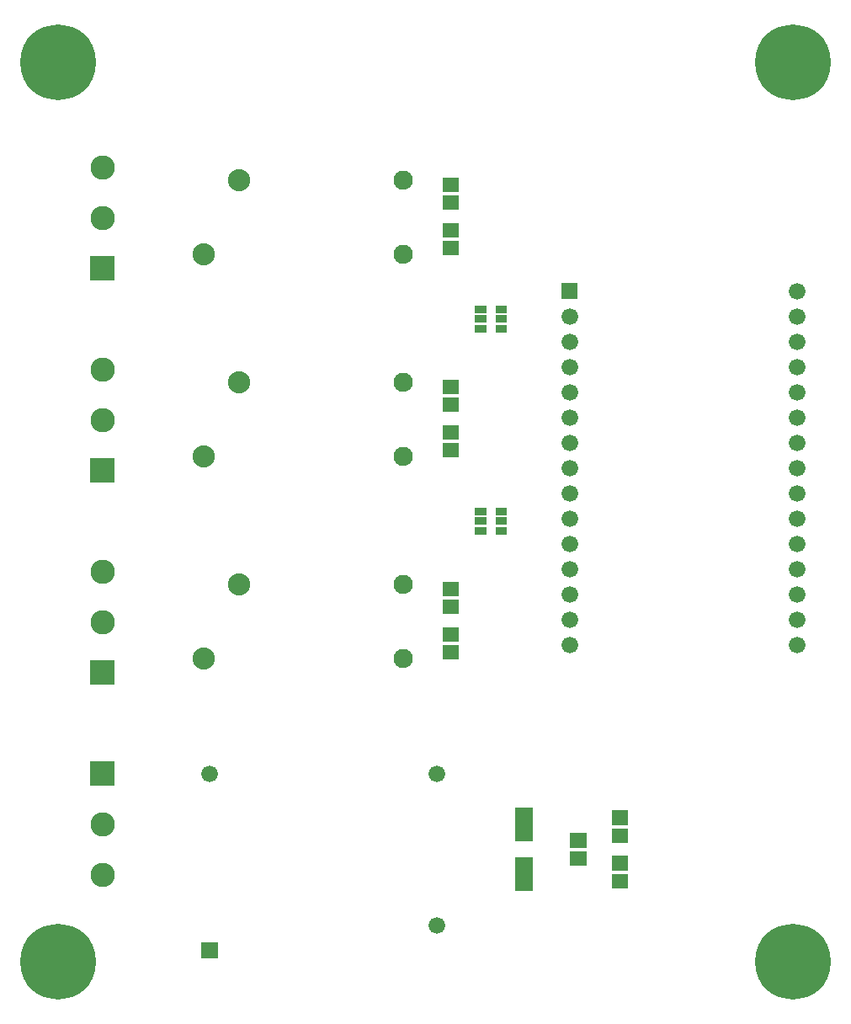
<source format=gbr>
G04 start of page 6 for group -4063 idx -4063 *
G04 Title: (unknown), componentmask *
G04 Creator: pcb 4.0.2 *
G04 CreationDate: Thu Dec 31 16:53:57 2020 UTC *
G04 For: petersen *
G04 Format: Gerber/RS-274X *
G04 PCB-Dimensions (mil): 3250.00 3900.00 *
G04 PCB-Coordinate-Origin: lower left *
%MOIN*%
%FSLAX25Y25*%
%LNTOPMASK*%
%ADD55C,0.0660*%
%ADD54C,0.0880*%
%ADD53C,0.0760*%
%ADD52C,0.0960*%
%ADD51C,0.0001*%
%ADD50C,0.2997*%
G54D50*X308000Y373000D03*
X17000D03*
G54D51*G36*
X29700Y296300D02*Y286700D01*
X39300D01*
Y296300D01*
X29700D01*
G37*
G54D52*X34500Y311500D03*
Y331500D03*
G54D53*X153500Y326500D03*
Y296972D03*
G54D54*X88539Y326500D03*
X74760Y296972D03*
G54D51*G36*
X216200Y285800D02*Y279200D01*
X222800D01*
Y285800D01*
X216200D01*
G37*
G54D55*X219500Y272500D03*
Y262500D03*
Y252500D03*
Y242500D03*
Y232500D03*
Y222500D03*
Y212500D03*
Y202500D03*
Y192500D03*
G54D53*X153500Y246500D03*
Y216972D03*
G54D54*X88539Y246500D03*
X74760Y216972D03*
G54D51*G36*
X29700Y216300D02*Y206700D01*
X39300D01*
Y216300D01*
X29700D01*
G37*
G54D52*X34500Y231500D03*
Y251500D03*
G54D55*X309500Y282500D03*
Y272500D03*
Y262500D03*
Y252500D03*
Y242500D03*
Y232500D03*
Y222500D03*
Y212500D03*
Y202500D03*
Y192500D03*
Y182500D03*
Y172500D03*
Y162500D03*
Y152500D03*
Y142500D03*
G54D50*X308000Y17000D03*
G54D55*X167000Y31500D03*
X219500Y142500D03*
G54D51*G36*
X73700Y24800D02*Y18200D01*
X80300D01*
Y24800D01*
X73700D01*
G37*
G54D55*X167000Y91500D03*
X77000D03*
X219500Y182500D03*
Y172500D03*
Y162500D03*
Y152500D03*
G54D50*X17000Y17000D03*
G54D53*X153500Y166500D03*
Y136972D03*
G54D54*X88539Y166500D03*
X74760Y136972D03*
G54D51*G36*
X29700Y136300D02*Y126700D01*
X39300D01*
Y136300D01*
X29700D01*
G37*
G54D52*X34500Y151500D03*
Y171500D03*
G54D51*G36*
X29700Y96300D02*Y86700D01*
X39300D01*
Y96300D01*
X29700D01*
G37*
G54D52*X34500Y71500D03*
Y51500D03*
G54D51*G36*
X182000Y196800D02*Y193800D01*
X186600D01*
Y196800D01*
X182000D01*
G37*
G36*
Y192900D02*Y189900D01*
X186600D01*
Y192900D01*
X182000D01*
G37*
G36*
Y189000D02*Y186000D01*
X186600D01*
Y189000D01*
X182000D01*
G37*
G36*
Y276800D02*Y273800D01*
X186600D01*
Y276800D01*
X182000D01*
G37*
G36*
Y272900D02*Y269900D01*
X186600D01*
Y272900D01*
X182000D01*
G37*
G36*
Y269000D02*Y266000D01*
X186600D01*
Y269000D01*
X182000D01*
G37*
G36*
X190200Y189000D02*Y186000D01*
X194800D01*
Y189000D01*
X190200D01*
G37*
G36*
Y192900D02*Y189900D01*
X194800D01*
Y192900D01*
X190200D01*
G37*
G36*
Y196800D02*Y193800D01*
X194800D01*
Y196800D01*
X190200D01*
G37*
G36*
Y269000D02*Y266000D01*
X194800D01*
Y269000D01*
X190200D01*
G37*
G36*
Y272900D02*Y269900D01*
X194800D01*
Y272900D01*
X190200D01*
G37*
G36*
Y276800D02*Y273800D01*
X194800D01*
Y276800D01*
X190200D01*
G37*
G36*
X169248Y142316D02*Y136598D01*
X175752D01*
Y142316D01*
X169248D01*
G37*
G36*
Y149402D02*Y143684D01*
X175752D01*
Y149402D01*
X169248D01*
G37*
G36*
Y160316D02*Y154598D01*
X175752D01*
Y160316D01*
X169248D01*
G37*
G36*
Y167402D02*Y161684D01*
X175752D01*
Y167402D01*
X169248D01*
G37*
G36*
X219748Y67902D02*Y62184D01*
X226252D01*
Y67902D01*
X219748D01*
G37*
G36*
Y60816D02*Y55098D01*
X226252D01*
Y60816D01*
X219748D01*
G37*
G36*
X204950Y77942D02*X198050D01*
Y64743D01*
X204950D01*
Y77942D01*
G37*
G36*
Y58257D02*X198050D01*
Y45058D01*
X204950D01*
Y58257D01*
G37*
G36*
X236248Y51816D02*Y46098D01*
X242752D01*
Y51816D01*
X236248D01*
G37*
G36*
Y58902D02*Y53184D01*
X242752D01*
Y58902D01*
X236248D01*
G37*
G36*
Y69816D02*Y64098D01*
X242752D01*
Y69816D01*
X236248D01*
G37*
G36*
Y76902D02*Y71184D01*
X242752D01*
Y76902D01*
X236248D01*
G37*
G36*
X169248Y302316D02*Y296598D01*
X175752D01*
Y302316D01*
X169248D01*
G37*
G36*
Y309402D02*Y303684D01*
X175752D01*
Y309402D01*
X169248D01*
G37*
G36*
Y320316D02*Y314598D01*
X175752D01*
Y320316D01*
X169248D01*
G37*
G36*
Y327402D02*Y321684D01*
X175752D01*
Y327402D01*
X169248D01*
G37*
G36*
Y222316D02*Y216598D01*
X175752D01*
Y222316D01*
X169248D01*
G37*
G36*
Y229402D02*Y223684D01*
X175752D01*
Y229402D01*
X169248D01*
G37*
G36*
Y240316D02*Y234598D01*
X175752D01*
Y240316D01*
X169248D01*
G37*
G36*
Y247402D02*Y241684D01*
X175752D01*
Y247402D01*
X169248D01*
G37*
M02*

</source>
